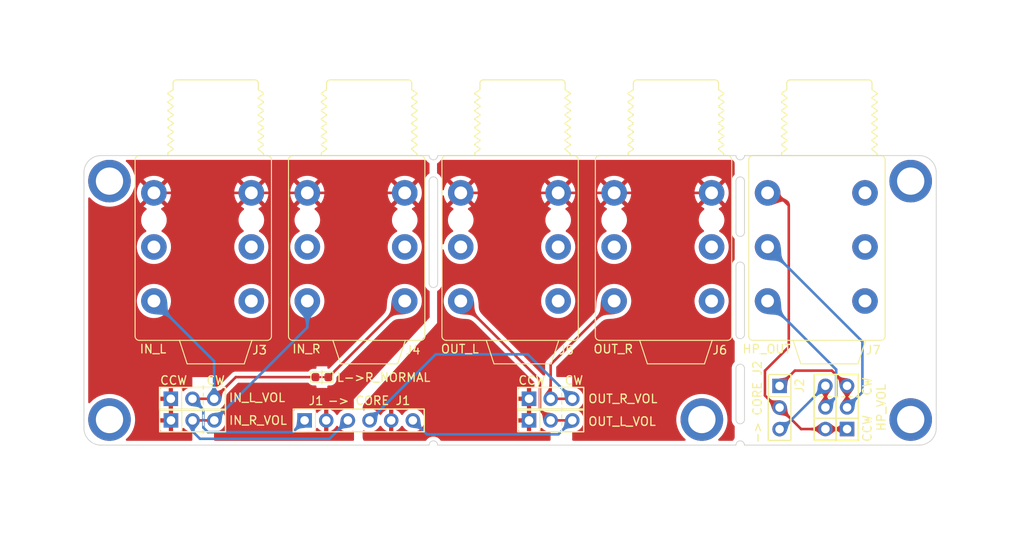
<source format=kicad_pcb>
(kicad_pcb (version 20211014) (generator pcbnew)
  (layers (0 "F.Cu" signal) (31 "B.Cu" signal) (34 "B.Paste" user) (35 "F.Paste" user) (36 "B.SilkS" user "B.Silkscreen") (37 "F.SilkS" user "F.Silkscreen") (38 "B.Mask" user) (39 "F.Mask" user) (44 "Edge.Cuts" user))
  (net 0 "")
  (net 1 "IN_L_PIN")
  (net 2 "IN_SGND_PIN")
  (net 3 "IN_R_PIN")
  (net 4 "OUT_R_PIN")
  (net 5 "OUT_SGND_PIN")
  (net 6 "OUT_L_PIN")
  (net 7 "RHP")
  (net 8 "MONOOUT")
  (net 9 "LHP")
  (net 15 "Net-(J4-PadTN)")
  (footprint "Connector_PinHeader_2.54mm:PinHeader_1x03_P2.54mm_Vertical" (layer "F.Cu") (at 123.51 91.48 90)
    (fp_text reference "J11" hide)
    (fp_text value "OUT_R_VOL")
  )
  (footprint "Library:MountingHole_3.2mm_M3_Pad_noVia_tight" (layer "F.Cu") (at 168.29 65.921)
    (fp_text reference "H5")
    (fp_text value "MountingHole")
  )
  (footprint "Library:MountingHole_3.2mm_M3_Pad_noVia_tight" (layer "F.Cu") (at 74.29 65.921)
    (fp_text reference "H1")
    (fp_text value "MountingHole")
  )
  (footprint "Library:Jack_6.35mm_Neutrik_NRJ6HF_Horizontal_no_screwhole" (layer "F.Cu") (at 79.5 80 90)
    (fp_text reference "J3")
    (fp_text value "IN_L")
  )
  (footprint "Connector_PinHeader_2.54mm:PinHeader_1x03_P2.54mm_Vertical" (layer "F.Cu") (at 81.5 94.02 90)
    (fp_text reference "J9" hide)
    (fp_text value "IN_R_VOL")
  )
  (footprint "Library:MountingHole_3.2mm_M3_Pad_noVia_tight" (layer "F.Cu") (at 74.29 93.921)
    (fp_text reference "H2")
    (fp_text value "MountingHole")
  )
  (footprint "Library:Jack_6.35mm_Neutrik_NRJ6HF_Horizontal_no_screwhole" (layer "F.Cu") (at 115.5 80 90)
    (fp_text reference "J5")
    (fp_text value "OUT_L")
  )
  (footprint "Connector_PinHeader_2.54mm:PinHeader_1x03_P2.54mm_Vertical" (layer "F.Cu") (at 81.485 91.48 90)
    (fp_text reference "J8" hide)
    (fp_text value "IN_L_VOL")
  )
  (footprint "Library:Jack_6.35mm_Neutrik_NRJ6HF_Horizontal_no_screwhole" (layer "F.Cu") (at 151.5 80 90)
    (fp_text reference "J7")
    (fp_text value "HP_OUT")
  )
  (footprint "Connector_PinHeader_2.54mm:PinHeader_1x06_P2.54mm_Vertical" (layer "F.Cu") (at 97.18 94.02 90)
    (fp_text reference "J1")
    (fp_text value "LINE_IN_OUT")
  )
  (footprint "Connector_PinHeader_2.54mm:PinHeader_1x03_P2.54mm_Vertical" (layer "F.Cu") (at 123.51 94.02 90)
    (fp_text reference "J10" hide)
    (fp_text value "OUT_L_VOL")
  )
  (footprint "Library:MountingHole_3.2mm_M3_Pad_noVia_tight" (layer "F.Cu") (at 143.79 93.921)
    (fp_text reference "H4")
    (fp_text value "MountingHole")
  )
  (footprint "Library:Jack_6.35mm_Neutrik_NRJ6HF_Horizontal_no_screwhole" (layer "F.Cu") (at 97.5 80 90)
    (fp_text reference "J4")
    (fp_text value "IN_R")
  )
  (footprint "Library:MountingHole_3.2mm_M3_Pad_noVia_tight" (layer "F.Cu") (at 168.29 93.921)
    (fp_text reference "H3")
    (fp_text value "MountingHole")
  )
  (footprint "Library:SolderJumper-2_0603_Bridged_0_25mm" (layer "F.Cu") (at 99.212 88.94 180)
    (fp_text reference "JP1" hide)
    (fp_text value "L->R_NORMAL")
  )
  (footprint "Connector_PinHeader_2.54mm:PinHeader_2x03_P2.54mm_Vertical" (layer "F.Cu") (at 160.825 95.036 180)
    (fp_text reference "J12" hide)
    (fp_text value "HP_VOL")
  )
  (footprint "Connector_PinHeader_2.54mm:PinHeader_1x03_P2.54mm_Vertical" (layer "F.Cu") (at 152.907 89.971)
    (fp_text reference "J2")
    (fp_text value "HP_OUT")
  )
  (footprint "Library:Jack_6.35mm_Neutrik_NRJ6HF_Horizontal_no_screwhole" (layer "F.Cu") (at 133.5 80 90)
    (fp_text reference "J6")
    (fp_text value "OUT_R")
  )
  (gr_rect (start 80.155 92.81) (end 87.895 90.15) (layer "F.SilkS") (width 0.15) (fill none))
  (gr_rect (start 156.955 88.626) (end 162.155 96.366) (layer "F.SilkS") (width 0.15) (fill none))
  (gr_line (start 85.283479 95.14045) (end 85.283479 95.52145) (layer "F.SilkS") (width 0.15))
  (gr_line (start 156.7805 91.241) (end 157.1615 91.241) (layer "F.SilkS") (width 0.15))
  (gr_rect (start 129.92 90.15) (end 122.191684 92.671889) (layer "F.SilkS") (width 0.15) (fill none))
  (gr_line (start 85.291278 92.552642) (end 85.291278 92.933642) (layer "F.SilkS") (width 0.15))
  (gr_rect (start 151.577 88.641) (end 154.237 96.381) (layer "F.SilkS") (width 0.15) (fill none))
  (gr_line (start 127.35 89.9595) (end 127.35 90.3405) (layer "F.SilkS") (width 0.15))
  (gr_line (start 127.34473 90.841875) (end 127.34473 91.222875) (layer "F.SilkS") (width 0.15))
  (gr_rect (start 95.85 95.35) (end 111.21 92.69) (layer "F.SilkS") (width 0.15) (fill none))
  (gr_line (start 85.294584 93.385) (end 85.294584 93.766) (layer "F.SilkS") (width 0.15))
  (gr_line (start 161.958325 91.257375) (end 162.339325 91.257375) (layer "F.SilkS") (width 0.15))
  (gr_rect (start 162.155 93.766) (end 156.955 96.366) (layer "F.SilkS") (width 0.15) (fill none))
  (gr_rect (start 159.555 96.366) (end 162.155 88.626) (layer "F.SilkS") (width 0.15) (fill none))
  (gr_line (start 127.34473 91.730875) (end 127.34473 92.111875) (layer "F.SilkS") (width 0.15))
  (gr_line (start 85.294584 91.734) (end 85.294584 92.115) (layer "F.SilkS") (width 0.15))
  (gr_line (start 127.333625 95.137325) (end 127.333625 95.518325) (layer "F.SilkS") (width 0.15))
  (gr_line (start 85.294584 90.845) (end 85.294584 91.226) (layer "F.SilkS") (width 0.15))
  (gr_rect (start 87.895 90.15) (end 80.175792 92.70457) (layer "F.SilkS") (width 0.15) (fill none))
  (gr_line (start 158.551875 91.24627) (end 158.932875 91.24627) (layer "F.SilkS") (width 0.15))
  (gr_rect (start 156.955 88.626) (end 159.511 96.321) (layer "F.SilkS") (width 0.15) (fill none))
  (gr_line (start 159.370517 91.249576) (end 159.751517 91.249576) (layer "F.SilkS") (width 0.15))
  (gr_rect (start 122.18 95.35) (end 129.92 92.81) (layer "F.SilkS") (width 0.15) (fill none))
  (gr_line (start 157.662875 91.24627) (end 158.043875 91.24627) (layer "F.SilkS") (width 0.15))
  (gr_line (start 160.202875 91.24627) (end 160.583875 91.24627) (layer "F.SilkS") (width 0.15))
  (gr_line (start 127.345146 94.207375) (end 127.345146 94.588375) (layer "F.SilkS") (width 0.15))
  (gr_line (start 85.295 94.2105) (end 85.295 94.5915) (layer "F.SilkS") (width 0.15))
  (gr_line (start 127.341424 92.549517) (end 127.341424 92.930517) (layer "F.SilkS") (width 0.15))
  (gr_line (start 85.299854 89.962625) (end 85.299854 90.343625) (layer "F.SilkS") (width 0.15))
  (gr_rect (start 122.18 92.81) (end 129.92 90.15) (layer "F.SilkS") (width 0.15) (fill none))
  (gr_line (start 161.028375 91.245854) (end 161.409375 91.245854) (layer "F.SilkS") (width 0.15))
  (gr_rect (start 80.17 95.35) (end 87.895 92.81) (layer "F.SilkS") (width 0.15) (fill none))
  (gr_line (start 127.34473 93.381875) (end 127.34473 93.762875) (layer "F.SilkS") (width 0.15))
  (gr_arc (start 111.79 96.921) (mid 112.29 96.421) (end 112.79 96.921) (layer "Edge.Cuts") (width 0.1))
  (gr_arc (start 147.79 96.921) (mid 148.29 96.421) (end 148.79 96.921) (layer "Edge.Cuts") (width 0.1))
  (gr_arc (start 148.79 62.921) (mid 148.29 63.421) (end 147.79 62.921) (layer "Edge.Cuts") (width 0.1))
  (gr_line (start 112.79 96.921) (end 147.79 96.921) (layer "Edge.Cuts") (width 0.1))
  (gr_arc (start 111.79 65.921) (mid 112.29 65.421) (end 112.79 65.921) (layer "Edge.Cuts") (width 0.1))
  (gr_arc (start 147.79 65.921) (mid 148.29 65.421) (end 148.79 65.921) (layer "Edge.Cuts") (width 0.1))
  (gr_arc (start 112.79 77.921) (mid 112.29 78.421) (end 111.79 77.921) (layer "Edge.Cuts") (width 0.1))
  (gr_arc (start 148.79 93.921) (mid 148.29 94.421) (end 147.79 93.921) (layer "Edge.Cuts") (width 0.1))
  (gr_line (start 147.79 65.921) (end 147.79 71.921) (layer "Edge.Cuts") (width 0.1))
  (gr_line (start 148.79 93.921) (end 148.79 87.921) (layer "Edge.Cuts") (width 0.1))
  (gr_arc (start 148.79 83.921) (mid 148.29 84.421) (end 147.79 83.921) (layer "Edge.Cuts") (width 0.1))
  (gr_line (start 73.29 62.921) (end 111.79 62.921) (layer "Edge.Cuts") (width 0.1))
  (gr_arc (start 147.79 87.921) (mid 148.29 87.421) (end 148.79 87.921) (layer "Edge.Cuts") (width 0.1))
  (gr_line (start 148.79 83.921) (end 148.79 75.921) (layer "Edge.Cuts") (width 0.1))
  (gr_arc (start 73.29 96.921) (mid 71.875786 96.335214) (end 71.29 94.921) (layer "Edge.Cuts") (width 0.1))
  (gr_line (start 112.79 62.921) (end 147.79 62.921) (layer "Edge.Cuts") (width 0.1))
  (gr_line (start 148.79 71.921) (end 148.79 65.921) (layer "Edge.Cuts") (width 0.1))
  (gr_line (start 112.79 77.921) (end 112.79 65.921) (layer "Edge.Cuts") (width 0.1))
  (gr_line (start 111.79 96.921) (end 73.29 96.921) (layer "Edge.Cuts") (width 0.1))
  (gr_arc (start 112.79 62.921) (mid 112.29 63.421) (end 111.79 62.921) (layer "Edge.Cuts") (width 0.1))
  (gr_arc (start 147.79 75.921) (mid 148.29 75.421) (end 148.79 75.921) (layer "Edge.Cuts") (width 0.1))
  (gr_arc (start 71.29 64.921) (mid 71.875786 63.506786) (end 73.29 62.921) (layer "Edge.Cuts") (width 0.1))
  (gr_arc (start 171.29 94.921) (mid 170.704214 96.335214) (end 169.29 96.921) (layer "Edge.Cuts") (width 0.1))
  (gr_line (start 111.79 65.921) (end 111.79 77.921) (layer "Edge.Cuts") (width 0.1))
  (gr_arc (start 169.29 62.921) (mid 170.704214 63.506786) (end 171.29 64.921) (layer "Edge.Cuts") (width 0.1))
  (gr_line (start 171.29 64.921) (end 171.29 94.921) (layer "Edge.Cuts") (width 0.1))
  (gr_line (start 71.29 64.921) (end 71.29 94.921) (layer "Edge.Cuts") (width 0.1))
  (gr_line (start 148.79 96.921) (end 169.29 96.921) (layer "Edge.Cuts") (width 0.1))
  (gr_line (start 147.79 87.921) (end 147.79 93.921) (layer "Edge.Cuts") (width 0.1))
  (gr_line (start 148.79 62.921) (end 169.29 62.921) (layer "Edge.Cuts") (width 0.1))
  (gr_line (start 147.79 75.921) (end 147.79 83.921) (layer "Edge.Cuts") (width 0.1))
  (gr_arc (start 148.79 71.921) (mid 148.29 72.421) (end 147.79 71.921) (layer "Edge.Cuts") (width 0.1))
  (gr_text "CCW   CW" (at 84.025 89.321) (layer "F.SilkS") (effects (font (size 1 1))))
  (gr_text "-> CORE J2" (at 150.304 91.861 90) (layer "F.SilkS") (effects (font (size 1 1))))
  (gr_text "-> CORE J1" (at 104.746 91.702) (layer "F.SilkS") (effects (font (size 1 1))))
  (gr_text "CCW   CW" (at 126.062 89.321) (layer "F.SilkS") (effects (font (size 1 1))))
  (gr_text "CCW   CW" (at 163.194 92.75 90) (layer "F.SilkS") (effects (font (size 1 1))))
  (segment (start 86.565 91.48) (end 89.105 88.94) (width 0.3) (layer "F.Cu") (net 1))
  (segment (start 84.025 91.48) (end 86.565 91.48) (width 0.3) (layer "F.Cu") (net 1))
  (segment (start 89.105 88.94) (end 98.512 88.94) (width 0.3) (layer "F.Cu") (net 1))
  (segment (start 85.8355 95.401) (end 95.799 95.401) (width 0.3) (layer "B.Cu") (net 1))
  (segment (start 86.565 91.48) (end 86.565 87.065) (width 0.3) (layer "B.Cu") (net 1))
  (segment (start 84.025 91.48) (end 85.295 92.75) (width 0.3) (layer "B.Cu") (net 1))
  (segment (start 85.295 94.8605) (end 85.8355 95.401) (width 0.3) (layer "B.Cu") (net 1))
  (segment (start 95.799 95.401) (end 97.18 94.02) (width 0.3) (layer "B.Cu") (net 1))
  (segment (start 85.295 92.75) (end 85.295 94.8605) (width 0.3) (layer "B.Cu") (net 1))
  (segment (start 86.565 87.065) (end 79.5 80) (width 0.3) (layer "B.Cu") (net 1))
  (segment (start 90.93 67.3) (end 97.5 67.3) (width 0.3) (layer "F.Cu") (net 2))
  (segment (start 79.5 67.3) (end 90.93 67.3) (width 0.3) (layer "F.Cu") (net 2))
  (segment (start 97.5 67.3) (end 108.93 67.3) (width 0.3) (layer "F.Cu") (net 2))
  (segment (start 84.04 94.02) (end 86.58 94.02) (width 0.3) (layer "F.Cu") (net 3))
  (segment (start 84.04 94.02) (end 84.04 95.32) (width 0.3) (layer "B.Cu") (net 3))
  (segment (start 84.04 95.32) (end 84.899 96.179) (width 0.3) (layer "B.Cu") (net 3))
  (segment (start 86.58 94.02) (end 97.5 83.1) (width 0.3) (layer "B.Cu") (net 3))
  (segment (start 97.5 83.1) (end 97.5 80) (width 0.3) (layer "B.Cu") (net 3))
  (segment (start 100.101 96.179) (end 102.26 94.02) (width 0.3) (layer "B.Cu") (net 3))
  (segment (start 84.899 96.179) (end 100.101 96.179) (width 0.3) (layer "B.Cu") (net 3))
  (segment (start 133.5 80) (end 126.05 87.45) (width 0.3) (layer "F.Cu") (net 4))
  (segment (start 126.05 91.48) (end 128.59 91.48) (width 0.3) (layer "F.Cu") (net 4))
  (segment (start 126.05 87.45) (end 126.05 91.48) (width 0.3) (layer "F.Cu") (net 4))
  (segment (start 123.367 86.257) (end 128.59 91.48) (width 0.3) (layer "B.Cu") (net 4))
  (segment (start 112.563 86.257) (end 123.367 86.257) (width 0.3) (layer "B.Cu") (net 4))
  (segment (start 104.8 94.02) (end 112.563 86.257) (width 0.3) (layer "B.Cu") (net 4))
  (segment (start 133.5 67.3) (end 144.93 67.3) (width 0.3) (layer "F.Cu") (net 5))
  (segment (start 126.93 67.3) (end 133.5 67.3) (width 0.3) (layer "F.Cu") (net 5))
  (segment (start 115.5 67.3) (end 126.93 67.3) (width 0.3) (layer "F.Cu") (net 5))
  (segment (start 124.796153 92.766153) (end 124.796153 89.296153) (width 0.3) (layer "F.Cu") (net 6))
  (segment (start 126.05 94.02) (end 124.796153 92.766153) (width 0.3) (layer "F.Cu") (net 6))
  (segment (start 126.05 94.02) (end 128.59 94.02) (width 0.3) (layer "F.Cu") (net 6))
  (segment (start 124.796153 89.296153) (end 115.5 80) (width 0.3) (layer "F.Cu") (net 6))
  (segment (start 111.515 95.655) (end 126.955 95.655) (width 0.3) (layer "B.Cu") (net 6))
  (segment (start 126.955 95.655) (end 128.59 94.02) (width 0.3) (layer "B.Cu") (net 6))
  (segment (start 109.88 94.02) (end 111.515 95.655) (width 0.3) (layer "B.Cu") (net 6))
  (segment (start 159.047 88.178) (end 160.825 89.956) (width 0.3) (layer "F.Cu") (net 7))
  (segment (start 152.907 89.971) (end 154.7 88.178) (width 0.3) (layer "F.Cu") (net 7))
  (segment (start 160.825 89.956) (end 160.825 92.496) (width 0.3) (layer "F.Cu") (net 7))
  (segment (start 154.7 88.178) (end 159.047 88.178) (width 0.3) (layer "F.Cu") (net 7))
  (segment (start 160.825 92.496) (end 162.623 90.698) (width 0.3) (layer "B.Cu") (net 7))
  (segment (start 162.623 84.773) (end 151.5 73.65) (width 0.3) (layer "B.Cu") (net 7))
  (segment (start 162.623 90.698) (end 162.623 84.773) (width 0.3) (layer "B.Cu") (net 7))
  (segment (start 153.987 68.787) (end 152.5 67.3) (width 0.3) (layer "F.Cu") (net 8))
  (segment (start 151.193 91.099) (end 151.193 88.178) (width 0.3) (layer "F.Cu") (net 8))
  (segment (start 151.193 88.178) (end 153.987 85.384) (width 0.3) (layer "F.Cu") (net 8))
  (segment (start 155.432 95.036) (end 158.285 95.036) (width 0.3) (layer "F.Cu") (net 8))
  (segment (start 152.605 92.511) (end 151.193 91.099) (width 0.3) (layer "F.Cu") (net 8))
  (segment (start 158.285 95.036) (end 160.825 95.036) (width 0.3) (layer "F.Cu") (net 8))
  (segment (start 152.907 92.511) (end 155.432 95.036) (width 0.3) (layer "F.Cu") (net 8))
  (segment (start 152.907 92.511) (end 152.605 92.511) (width 0.3) (layer "F.Cu") (net 8))
  (segment (start 153.987 85.384) (end 153.987 68.787) (width 0.3) (layer "F.Cu") (net 8))
  (segment (start 158.285 89.956) (end 158.285 92.496) (width 0.3) (layer "F.Cu") (net 9))
  (segment (start 153.19 95.051) (end 158.285 89.956) (width 0.3) (layer "B.Cu") (net 9))
  (segment (start 152.907 95.051) (end 153.19 95.051) (width 0.3) (layer "B.Cu") (net 9))
  (segment (start 158.285 92.496) (end 159.547936 91.233064) (width 0.3) (layer "B.Cu") (net 9))
  (segment (start 159.547936 88.047936) (end 151.5 80) (width 0.3) (layer "B.Cu") (net 9))
  (segment (start 159.547936 91.233064) (end 159.547936 88.047936) (width 0.3) (layer "B.Cu") (net 9))
  (segment (start 100.284 88.646) (end 108.93 80) (width 0.3) (layer "F.Cu") (net 15))
  (segment (start 100.206 88.646) (end 100.284 88.646) (width 0.3) (layer "F.Cu") (net 15))
  (segment (start 99.912 88.94) (end 100.206 88.646) (width 0.3) (layer "F.Cu") (net 15))
  (zone (net 6) (net_name "OUT_L_PIN") (layer "F.Cu") (priority 16962) (connect_pads yes (clearance 0)) (min_thickness 0.0254) (fill yes (thermal_gap 0.508) (thermal_bridge_width 0.508))
    (polygon (pts (xy 124.748925 92.931057) (xy 124.882277 93.078118) (xy 124.978227 93.212968) (xy 125.04384 93.33933) (xy 125.086179 93.460926) (xy 125.11231 93.581482) (xy 125.129295 93.704718) (xy 125.1442 93.83436) (xy 125.164089 93.97413) (xy 125.196026 94.127752) (xy 125.247076 94.298949) (xy 126.35052 94.32052) (xy 126.328949 93.217076) (xy 126.157752 93.166026) (xy 126.00413 93.134089) (xy 125.86436 93.1142) (xy 125.734718 93.099295) (xy 125.611482 93.08231) (xy 125.490926 93.056179) (xy 125.36933 93.01384) (xy 125.242968 92.948227) (xy 125.108118 92.852277) (xy 124.961057 92.718925)))
  )
  (zone (net 4) (net_name "OUT_R_PIN") (layer "F.Cu") (priority 16962) (connect_pads yes (clearance 0)) (min_thickness 0.0254) (fill yes (thermal_gap 0.508) (thermal_bridge_width 0.508))
    (polygon (pts (xy 127.74 91.33) (xy 127.541717 91.320306) (xy 127.378516 91.2928) (xy 127.242769 91.249844) (xy 127.126849 91.1938) (xy 127.023126 91.127032) (xy 126.923974 91.051901) (xy 126.821764 90.970769) (xy 126.708868 90.886) (xy 126.577658 90.799956) (xy 126.420506 90.715) (xy 125.625 91.48) (xy 126.420506 92.245) (xy 126.577658 92.160043) (xy 126.708868 92.073999) (xy 126.821764 91.98923) (xy 126.923974 91.908098) (xy 127.023126 91.832967) (xy 127.126849 91.766199) (xy 127.242769 91.710155) (xy 127.378516 91.667199) (xy 127.541717 91.639693) (xy 127.74 91.63)))
  )
  (zone (net 7) (net_name "RHP") (layer "F.Cu") (priority 16962) (connect_pads yes (clearance 0)) (min_thickness 0.0254) (fill yes (thermal_gap 0.508) (thermal_bridge_width 0.508))
    (polygon (pts (xy 160.675 90.806) (xy 160.665306 91.004282) (xy 160.6378 91.167483) (xy 160.594844 91.30323) (xy 160.5388 91.41915) (xy 160.472032 91.522873) (xy 160.396901 91.622025) (xy 160.315769 91.724235) (xy 160.231 91.837131) (xy 160.144956 91.968341) (xy 160.06 92.125494) (xy 160.825 92.921) (xy 161.59 92.125494) (xy 161.505043 91.968341) (xy 161.418999 91.837131) (xy 161.33423 91.724235) (xy 161.253098 91.622025) (xy 161.177967 91.522873) (xy 161.111199 91.41915) (xy 161.055155 91.30323) (xy 161.012199 91.167483) (xy 160.984693 91.004282) (xy 160.975 90.806)))
  )
  (zone (net 1) (net_name "IN_L_PIN") (layer "F.Cu") (priority 16962) (connect_pads yes (clearance 0)) (min_thickness 0.0254) (fill yes (thermal_gap 0.508) (thermal_bridge_width 0.508))
    (polygon (pts (xy 87.653943 90.178925) (xy 87.506881 90.312277) (xy 87.372031 90.408227) (xy 87.245669 90.47384) (xy 87.124073 90.516179) (xy 87.003517 90.54231) (xy 86.880281 90.559295) (xy 86.750639 90.5742) (xy 86.610869 90.594089) (xy 86.457247 90.626026) (xy 86.286051 90.677076) (xy 86.26448 91.78052) (xy 87.367924 91.758949) (xy 87.418973 91.587752) (xy 87.45091 91.43413) (xy 87.470799 91.29436) (xy 87.485704 91.164718) (xy 87.502689 91.041482) (xy 87.52882 90.920926) (xy 87.571159 90.79933) (xy 87.636772 90.672968) (xy 87.732722 90.538118) (xy 87.866075 90.391057)))
  )
  (zone (net 9) (net_name "LHP") (layer "F.Cu") (priority 16962) (connect_pads yes (clearance 0)) (min_thickness 0.0254) (fill yes (thermal_gap 0.508) (thermal_bridge_width 0.508))
    (polygon (pts (xy 158.135 90.806) (xy 158.125306 91.004282) (xy 158.0978 91.167483) (xy 158.054844 91.30323) (xy 157.9988 91.41915) (xy 157.932032 91.522873) (xy 157.856901 91.622025) (xy 157.775769 91.724235) (xy 157.691 91.837131) (xy 157.604956 91.968341) (xy 157.52 92.125494) (xy 158.285 92.921) (xy 159.05 92.125494) (xy 158.965043 91.968341) (xy 158.878999 91.837131) (xy 158.79423 91.724235) (xy 158.713098 91.622025) (xy 158.637967 91.522873) (xy 158.571199 91.41915) (xy 158.515155 91.30323) (xy 158.472199 91.167483) (xy 158.444693 91.004282) (xy 158.435 90.806)))
  )
  (zone (net 8) (net_name "MONOOUT") (layer "F.Cu") (priority 16962) (connect_pads yes (clearance 0)) (min_thickness 0.0254) (fill yes (thermal_gap 0.508) (thermal_bridge_width 0.508))
    (polygon (pts (xy 154.208075 93.599943) (xy 154.074722 93.452881) (xy 153.978772 93.318031) (xy 153.913159 93.191669) (xy 153.87082 93.070073) (xy 153.844689 92.949517) (xy 153.827704 92.826281) (xy 153.812799 92.696639) (xy 153.79291 92.556869) (xy 153.760973 92.403247) (xy 153.709924 92.232051) (xy 152.60648 92.21048) (xy 152.628051 93.313924) (xy 152.799247 93.364973) (xy 152.952869 93.39691) (xy 153.092639 93.416799) (xy 153.222281 93.431704) (xy 153.345517 93.448689) (xy 153.466073 93.47482) (xy 153.587669 93.517159) (xy 153.714031 93.582772) (xy 153.848881 93.678722) (xy 153.995943 93.812075)))
  )
  (zone (net 3) (net_name "IN_R_PIN") (layer "F.Cu") (priority 16962) (connect_pads yes (clearance 0)) (min_thickness 0.0254) (fill yes (thermal_gap 0.508) (thermal_bridge_width 0.508))
    (polygon (pts (xy 85.73 93.87) (xy 85.531717 93.860306) (xy 85.368516 93.8328) (xy 85.232769 93.789844) (xy 85.116849 93.7338) (xy 85.013126 93.667032) (xy 84.913974 93.591901) (xy 84.811764 93.510769) (xy 84.698868 93.426) (xy 84.567658 93.339956) (xy 84.410506 93.255) (xy 83.615 94.02) (xy 84.410506 94.785) (xy 84.567658 94.700043) (xy 84.698868 94.613999) (xy 84.811764 94.52923) (xy 84.913974 94.448098) (xy 85.013126 94.372967) (xy 85.116849 94.306199) (xy 85.232769 94.250155) (xy 85.368516 94.207199) (xy 85.531717 94.179693) (xy 85.73 94.17)))
  )
  (zone (net 6) (net_name "OUT_L_PIN") (layer "F.Cu") (priority 16962) (connect_pads yes (clearance 0)) (min_thickness 0.0254) (fill yes (thermal_gap 0.508) (thermal_bridge_width 0.508))
    (polygon (pts (xy 117.720315 82.008183) (xy 117.482524 81.742303) (xy 117.316973 81.497423) (xy 117.209691 81.266989) (xy 117.14671 81.044444) (xy 117.114063 80.823233) (xy 117.09778 80.596801) (xy 117.083893 80.35859) (xy 117.058434 80.102046) (xy 117.007434 79.820614) (xy 116.916925 79.507737) (xy 114.96967 79.46967) (xy 115.007737 81.416925) (xy 115.320614 81.507434) (xy 115.602046 81.558434) (xy 115.85859 81.583893) (xy 116.096801 81.59778) (xy 116.323233 81.614063) (xy 116.544444 81.64671) (xy 116.766989 81.709691) (xy 116.997423 81.816973) (xy 117.242303 81.982524) (xy 117.508183 82.220315)))
  )
  (zone (net 8) (net_name "MONOOUT") (layer "F.Cu") (priority 16962) (connect_pads yes (clearance 0)) (min_thickness 0.0254) (fill yes (thermal_gap 0.508) (thermal_bridge_width 0.508))
    (polygon (pts (xy 154.137 68.804064) (xy 154.105164 68.555491) (xy 154.018752 68.366078) (xy 153.891407 68.22182) (xy 153.736776 68.108712) (xy 153.5685 68.012751) (xy 153.400224 67.919932) (xy 153.245592 67.816252) (xy 153.118248 67.687706) (xy 153.031836 67.52029) (xy 153 67.3) (xy 150.782583 67.081342) (xy 151.731844 68.781974) (xy 152.015425 68.719028) (xy 152.305762 68.627683) (xy 152.594232 68.524019) (xy 152.872213 68.424114) (xy 153.131084 68.344047) (xy 153.362221 68.299898) (xy 153.557003 68.307746) (xy 153.706809 68.38367) (xy 153.803015 68.54375) (xy 153.837 68.804064)))
  )
  (zone (net 7) (net_name "RHP") (layer "F.Cu") (priority 16962) (connect_pads yes (clearance 0)) (min_thickness 0.0254) (fill yes (thermal_gap 0.508) (thermal_bridge_width 0.508))
    (polygon (pts (xy 160.975 91.646) (xy 160.984693 91.447717) (xy 161.012199 91.284516) (xy 161.055155 91.148769) (xy 161.111199 91.032849) (xy 161.177967 90.929126) (xy 161.253098 90.829974) (xy 161.33423 90.727764) (xy 161.418999 90.614868) (xy 161.505043 90.483658) (xy 161.59 90.326506) (xy 160.825 89.531) (xy 160.06 90.326506) (xy 160.144956 90.483658) (xy 160.231 90.614868) (xy 160.315769 90.727764) (xy 160.396901 90.829974) (xy 160.472032 90.929126) (xy 160.5388 91.032849) (xy 160.594844 91.148769) (xy 160.6378 91.284516) (xy 160.665306 91.447717) (xy 160.675 91.646)))
  )
  (zone (net 7) (net_name "RHP") (layer "F.Cu") (priority 16962) (connect_pads yes (clearance 0)) (min_thickness 0.0254) (fill yes (thermal_gap 0.508) (thermal_bridge_width 0.508))
    (polygon (pts (xy 159.523925 88.867057) (xy 159.657277 89.014118) (xy 159.753227 89.148968) (xy 159.81884 89.27533) (xy 159.861179 89.396926) (xy 159.88731 89.517482) (xy 159.904295 89.640718) (xy 159.9192 89.77036) (xy 159.939089 89.91013) (xy 159.971026 90.063752) (xy 160.022076 90.234949) (xy 161.12552 90.25652) (xy 161.103949 89.153076) (xy 160.932752 89.102026) (xy 160.77913 89.070089) (xy 160.63936 89.0502) (xy 160.509718 89.035295) (xy 160.386482 89.01831) (xy 160.265926 88.992179) (xy 160.14433 88.94984) (xy 160.017968 88.884227) (xy 159.883118 88.788277) (xy 159.736057 88.654925)))
  )
  (zone (net 1) (net_name "IN_L_PIN") (layer "F.Cu") (priority 16962) (connect_pads yes (clearance 0)) (min_thickness 0.0254) (fill yes (thermal_gap 0.508) (thermal_bridge_width 0.508))
    (polygon (pts (xy 85.715 91.33) (xy 85.516717 91.320306) (xy 85.353516 91.2928) (xy 85.217769 91.249844) (xy 85.101849 91.1938) (xy 84.998126 91.127032) (xy 84.898974 91.051901) (xy 84.796764 90.970769) (xy 84.683868 90.886) (xy 84.552658 90.799956) (xy 84.395506 90.715) (xy 83.6 91.48) (xy 84.395506 92.245) (xy 84.552658 92.160043) (xy 84.683868 92.073999) (xy 84.796764 91.98923) (xy 84.898974 91.908098) (xy 84.998126 91.832967) (xy 85.101849 91.766199) (xy 85.217769 91.710155) (xy 85.353516 91.667199) (xy 85.516717 91.639693) (xy 85.715 91.63)))
  )
  (zone (net 8) (net_name "MONOOUT") (layer "F.Cu") (priority 16962) (connect_pads yes (clearance 0)) (min_thickness 0.0254) (fill yes (thermal_gap 0.508) (thermal_bridge_width 0.508))
    (polygon (pts (xy 159.135 95.186) (xy 159.333282 95.195693) (xy 159.496483 95.223199) (xy 159.63223 95.266155) (xy 159.74815 95.322199) (xy 159.851873 95.388967) (xy 159.951025 95.464098) (xy 160.053235 95.54523) (xy 160.166131 95.629999) (xy 160.297341 95.716043) (xy 160.454494 95.801) (xy 161.25 95.036) (xy 160.454494 94.271) (xy 160.297341 94.355956) (xy 160.166131 94.442) (xy 160.053235 94.526769) (xy 159.951025 94.607901) (xy 159.851873 94.683032) (xy 159.74815 94.7498) (xy 159.63223 94.805844) (xy 159.496483 94.8488) (xy 159.333282 94.876306) (xy 159.135 94.886)))
  )
  (zone (net 8) (net_name "MONOOUT") (layer "F.Cu") (priority 16962) (connect_pads yes (clearance 0)) (min_thickness 0.0254) (fill yes (thermal_gap 0.508) (thermal_bridge_width 0.508))
    (polygon (pts (xy 159.975 94.886) (xy 159.776717 94.876306) (xy 159.613516 94.8488) (xy 159.477769 94.805844) (xy 159.361849 94.7498) (xy 159.258126 94.683032) (xy 159.158974 94.607901) (xy 159.056764 94.526769) (xy 158.943868 94.442) (xy 158.812658 94.355956) (xy 158.655506 94.271) (xy 157.86 95.036) (xy 158.655506 95.801) (xy 158.812658 95.716043) (xy 158.943868 95.629999) (xy 159.056764 95.54523) (xy 159.158974 95.464098) (xy 159.258126 95.388967) (xy 159.361849 95.322199) (xy 159.477769 95.266155) (xy 159.613516 95.223199) (xy 159.776717 95.195693) (xy 159.975 95.186)))
  )
  (zone (net 0) (net_name "") (layer "F.Cu") (connect_pads (clearance 0)) (min_thickness 0.254)
    (keepout (tracks allowed) (vias allowed) (pads allowed) (copperpour not_allowed) (footprints allowed))
    (fill (thermal_gap 0.508) (thermal_bridge_width 0.508))
    (polygon (pts (xy 86.55 96.56) (xy 84.01 96.56) (xy 84.01 88.94) (xy 86.55 88.94)))
  )
  (zone (net 4) (net_name "OUT_R_PIN") (layer "F.Cu") (priority 16962) (connect_pads yes (clearance 0)) (min_thickness 0.0254) (fill yes (thermal_gap 0.508) (thermal_bridge_width 0.508))
    (polygon (pts (xy 125.9 89.79) (xy 125.890306 89.988282) (xy 125.8628 90.151483) (xy 125.819844 90.28723) (xy 125.7638 90.40315) (xy 125.697032 90.506873) (xy 125.621901 90.606025) (xy 125.540769 90.708235) (xy 125.456 90.821131) (xy 125.369956 90.952341) (xy 125.285 91.109494) (xy 126.05 91.905) (xy 126.815 91.109494) (xy 126.730043 90.952341) (xy 126.643999 90.821131) (xy 126.55923 90.708235) (xy 126.478098 90.606025) (xy 126.402967 90.506873) (xy 126.336199 90.40315) (xy 126.280155 90.28723) (xy 126.237199 90.151483) (xy 126.209693 89.988282) (xy 126.2 89.79)))
  )
  (zone (net 9) (net_name "LHP") (layer "F.Cu") (priority 16962) (connect_pads yes (clearance 0)) (min_thickness 0.0254) (fill yes (thermal_gap 0.508) (thermal_bridge_width 0.508))
    (polygon (pts (xy 158.435 91.646) (xy 158.444693 91.447717) (xy 158.472199 91.284516) (xy 158.515155 91.148769) (xy 158.571199 91.032849) (xy 158.637967 90.929126) (xy 158.713098 90.829974) (xy 158.79423 90.727764) (xy 158.878999 90.614868) (xy 158.965043 90.483658) (xy 159.05 90.326506) (xy 158.285 89.531) (xy 157.52 90.326506) (xy 157.604956 90.483658) (xy 157.691 90.614868) (xy 157.775769 90.727764) (xy 157.856901 90.829974) (xy 157.932032 90.929126) (xy 157.9988 91.032849) (xy 158.054844 91.148769) (xy 158.0978 91.284516) (xy 158.125306 91.447717) (xy 158.135 91.646)))
  )
  (zone (net 5) (net_name "OUT_SGND_PIN") (layer "F.Cu") (connect_pads (clearance 0.5)) (min_thickness 0.25) (fill yes (thermal_gap 0.5) (thermal_bridge_width 0.5) (smoothing fillet) (radius 1))
    (polygon (pts (xy 147.64 97.184612) (xy 103.983913 97.201031) (xy 103.983803 92.242419) (xy 112.727148 82.579686) (xy 112.715148 61.989686) (xy 147.64 61.989612)))
  )
  (zone (net 0) (net_name "") (layer "F.Cu") (connect_pads (clearance 0)) (min_thickness 0.254)
    (keepout (tracks allowed) (vias allowed) (pads allowed) (copperpour not_allowed) (footprints allowed))
    (fill (thermal_gap 0.508) (thermal_bridge_width 0.508))
    (polygon (pts (xy 128.579602 96.54946) (xy 126.039602 96.54946) (xy 126.039602 88.92946) (xy 128.579602 88.92946)))
  )
  (zone (net 2) (net_name "IN_SGND_PIN") (layer "F.Cu") (connect_pads (clearance 0.5)) (min_thickness 0.25) (fill yes (thermal_gap 0.5) (thermal_bridge_width 0.5))
    (polygon (pts (xy 111.858 81.939) (xy 102.955842 91.551829) (xy 102.984028 97.499777) (xy 69.865779 97.438602) (xy 69.875072 62.116594) (xy 111.832072 61.989633)))
  )
  (zone (net 8) (net_name "MONOOUT") (layer "F.Cu") (priority 16962) (connect_pads yes (clearance 0)) (min_thickness 0.0254) (fill yes (thermal_gap 0.508) (thermal_bridge_width 0.508))
    (polygon (pts (xy 151.466559 91.584691) (xy 151.612317 91.743868) (xy 151.72019 91.888988) (xy 151.798347 92.023705) (xy 151.854961 92.151676) (xy 151.898202 92.276557) (xy 151.936241 92.402003) (xy 151.977249 92.53167) (xy 152.029397 92.669213) (xy 152.100855 92.818289) (xy 152.199796 92.982553) (xy 153.27333 92.726469) (xy 152.975485 91.663764) (xy 152.810448 91.656866) (xy 152.66226 91.660525) (xy 152.527548 91.66893) (xy 152.402942 91.67627) (xy 152.28507 91.676734) (xy 152.170558 91.664513) (xy 152.056037 91.633795) (xy 151.938133 91.578771) (xy 151.813475 91.493629) (xy 151.678691 91.372559)))
  )
  (zone (net 4) (net_name "OUT_R_PIN") (layer "F.Cu") (priority 16962) (connect_pads yes (clearance 0)) (min_thickness 0.0254) (fill yes (thermal_gap 0.508) (thermal_bridge_width 0.508))
    (polygon (pts (xy 131.491817 82.220315) (xy 131.757696 81.982524) (xy 132.002576 81.816973) (xy 132.23301 81.709691) (xy 132.455555 81.64671) (xy 132.676766 81.614063) (xy 132.903198 81.59778) (xy 133.141409 81.583893) (xy 133.397953 81.558434) (xy 133.679385 81.507434) (xy 133.992263 81.416925) (xy 134.03033 79.46967) (xy 132.083075 79.507737) (xy 131.992565 79.820614) (xy 131.941565 80.102046) (xy 131.916106 80.35859) (xy 131.902219 80.596801) (xy 131.885936 80.823233) (xy 131.853289 81.044444) (xy 131.790308 81.266989) (xy 131.683026 81.497423) (xy 131.517475 81.742303) (xy 131.279685 82.008183)))
  )
  (zone (net 15) (net_name "Net-(J4-PadTN)") (layer "F.Cu") (priority 16962) (connect_pads yes (clearance 0)) (min_thickness 0.0254) (fill yes (thermal_gap 0.508) (thermal_bridge_width 0.508))
    (polygon (pts (xy 106.921817 82.220315) (xy 107.187696 81.982524) (xy 107.432576 81.816973) (xy 107.66301 81.709691) (xy 107.885555 81.64671) (xy 108.106766 81.614063) (xy 108.333198 81.59778) (xy 108.571409 81.583893) (xy 108.827953 81.558434) (xy 109.109385 81.507434) (xy 109.422263 81.416925) (xy 109.46033 79.46967) (xy 107.513075 79.507737) (xy 107.422565 79.820614) (xy 107.371565 80.102046) (xy 107.346106 80.35859) (xy 107.332219 80.596801) (xy 107.315936 80.823233) (xy 107.283289 81.044444) (xy 107.220308 81.266989) (xy 107.113026 81.497423) (xy 106.947475 81.742303) (xy 106.709685 82.008183)))
  )
  (zone (net 3) (net_name "IN_R_PIN") (layer "F.Cu") (priority 16962) (connect_pads yes (clearance 0)) (min_thickness 0.0254) (fill yes (thermal_gap 0.508) (thermal_bridge_width 0.508))
    (polygon (pts (xy 84.89 94.17) (xy 85.088282 94.179693) (xy 85.251483 94.207199) (xy 85.38723 94.250155) (xy 85.50315 94.306199) (xy 85.606873 94.372967) (xy 85.706025 94.448098) (xy 85.808235 94.52923) (xy 85.921131 94.613999) (xy 86.052341 94.700043) (xy 86.209494 94.785) (xy 87.005 94.02) (xy 86.209494 93.255) (xy 86.052341 93.339956) (xy 85.921131 93.426) (xy 85.808235 93.510769) (xy 85.706025 93.591901) (xy 85.606873 93.667032) (xy 85.50315 93.7338) (xy 85.38723 93.789844) (xy 85.251483 93.8328) (xy 85.088282 93.860306) (xy 84.89 93.87)))
  )
  (zone (net 6) (net_name "OUT_L_PIN") (layer "F.Cu") (priority 16962) (connect_pads yes (clearance 0)) (min_thickness 0.0254) (fill yes (thermal_gap 0.508) (thermal_bridge_width 0.508))
    (polygon (pts (xy 126.9 94.17) (xy 127.098282 94.179693) (xy 127.261483 94.207199) (xy 127.39723 94.250155) (xy 127.51315 94.306199) (xy 127.616873 94.372967) (xy 127.716025 94.448098) (xy 127.818235 94.52923) (xy 127.931131 94.613999) (xy 128.062341 94.700043) (xy 128.219494 94.785) (xy 129.015 94.02) (xy 128.219494 93.255) (xy 128.062341 93.339956) (xy 127.931131 93.426) (xy 127.818235 93.510769) (xy 127.716025 93.591901) (xy 127.616873 93.667032) (xy 127.51315 93.7338) (xy 127.39723 93.789844) (xy 127.261483 93.8328) (xy 127.098282 93.860306) (xy 126.9 93.87)))
  )
  (zone (net 7) (net_name "RHP") (layer "F.Cu") (priority 16962) (connect_pads yes (clearance 0)) (min_thickness 0.0254) (fill yes (thermal_gap 0.508) (thermal_bridge_width 0.508))
    (polygon (pts (xy 153.995943 88.669925) (xy 153.848881 88.803277) (xy 153.714031 88.899227) (xy 153.587669 88.96484) (xy 153.466073 89.007179) (xy 153.345517 89.03331) (xy 153.222281 89.050295) (xy 153.092639 89.0652) (xy 152.952869 89.085089) (xy 152.799247 89.117026) (xy 152.628051 89.168076) (xy 152.60648 90.27152) (xy 153.709924 90.249949) (xy 153.760973 90.078752) (xy 153.79291 89.92513) (xy 153.812799 89.78536) (xy 153.827704 89.655718) (xy 153.844689 89.532482) (xy 153.87082 89.411926) (xy 153.913159 89.29033) (xy 153.978772 89.163968) (xy 154.074722 89.029118) (xy 154.208075 88.882057)))
  )
  (zone (net 6) (net_name "OUT_L_PIN") (layer "F.Cu") (priority 16962) (connect_pads yes (clearance 0)) (min_thickness 0.0254) (fill yes (thermal_gap 0.508) (thermal_bridge_width 0.508))
    (polygon (pts (xy 127.74 93.87) (xy 127.541717 93.860306) (xy 127.378516 93.8328) (xy 127.242769 93.789844) (xy 127.126849 93.7338) (xy 127.023126 93.667032) (xy 126.923974 93.591901) (xy 126.821764 93.510769) (xy 126.708868 93.426) (xy 126.577658 93.339956) (xy 126.420506 93.255) (xy 125.625 94.02) (xy 126.420506 94.785) (xy 126.577658 94.700043) (xy 126.708868 94.613999) (xy 126.821764 94.52923) (xy 126.923974 94.448098) (xy 127.023126 94.372967) (xy 127.126849 94.306199) (xy 127.242769 94.250155) (xy 127.378516 94.207199) (xy 127.541717 94.179693) (xy 127.74 94.17)))
  )
  (zone (net 1) (net_name "IN_L_PIN") (layer "F.Cu") (priority 16962) (connect_pads yes (clearance 0)) (min_thickness 0.0254) (fill yes (thermal_gap 0.508) (thermal_bridge_width 0.508))
    (polygon (pts (xy 84.875 91.63) (xy 85.073282 91.639693) (xy 85.236483 91.667199) (xy 85.37223 91.710155) (xy 85.48815 91.766199) (xy 85.591873 91.832967) (xy 85.691025 91.908098) (xy 85.793235 91.98923) (xy 85.906131 92.073999) (xy 86.037341 92.160043) (xy 86.194494 92.245) (xy 86.99 91.48) (xy 86.194494 90.715) (xy 86.037341 90.799956) (xy 85.906131 90.886) (xy 85.793235 90.970769) (xy 85.691025 91.051901) (xy 85.591873 91.127032) (xy 85.48815 91.1938) (xy 85.37223 91.249844) (xy 85.236483 91.2928) (xy 85.073282 91.320306) (xy 84.875 91.33)))
  )
  (zone (net 0) (net_name "") (layer "F.Cu") (connect_pads (clearance 0)) (min_thickness 0.254)
    (keepout (tracks allowed) (vias allowed) (pads allowed) (copperpour not_allowed) (footprints allowed))
    (fill (thermal_gap 0.508) (thermal_bridge_width 0.508))
    (polygon (pts (xy 99.847 90.21) (xy 98.577 90.21) (xy 98.577 87.67) (xy 99.847 87.67)))
  )
  (zone (net 4) (net_name "OUT_R_PIN") (layer "F.Cu") (priority 16962) (connect_pads yes (clearance 0)) (min_thickness 0.0254) (fill yes (thermal_gap 0.508) (thermal_bridge_width 0.508))
    (polygon (pts (xy 126.9 91.63) (xy 127.098282 91.639693) (xy 127.261483 91.667199) (xy 127.39723 91.710155) (xy 127.51315 91.766199) (xy 127.616873 91.832967) (xy 127.716025 91.908098) (xy 127.818235 91.98923) (xy 127.931131 92.073999) (xy 128.062341 92.160043) (xy 128.219494 92.245) (xy 129.015 91.48) (xy 128.219494 90.715) (xy 128.062341 90.799956) (xy 127.931131 90.886) (xy 127.818235 90.970769) (xy 127.716025 91.051901) (xy 127.616873 91.127032) (xy 127.51315 91.1938) (xy 127.39723 91.249844) (xy 127.261483 91.2928) (xy 127.098282 91.320306) (xy 126.9 91.33)))
  )
  (zone (net 8) (net_name "MONOOUT") (layer "F.Cu") (priority 16962) (connect_pads yes (clearance 0)) (min_thickness 0.0254) (fill yes (thermal_gap 0.508) (thermal_bridge_width 0.508))
    (polygon (pts (xy 156.595 95.186) (xy 156.793282 95.195693) (xy 156.956483 95.223199) (xy 157.09223 95.266155) (xy 157.20815 95.322199) (xy 157.311873 95.388967) (xy 157.411025 95.464098) (xy 157.513235 95.54523) (xy 157.626131 95.629999) (xy 157.757341 95.716043) (xy 157.914494 95.801) (xy 158.71 95.036) (xy 157.914494 94.271) (xy 157.757341 94.355956) (xy 157.626131 94.442) (xy 157.513235 94.526769) (xy 157.411025 94.607901) (xy 157.311873 94.683032) (xy 157.20815 94.7498) (xy 157.09223 94.805844) (xy 156.956483 94.8488) (xy 156.793282 94.876306) (xy 156.595 94.886)))
  )
  (zone (net 3) (net_name "IN_R_PIN") (layer "B.Cu") (priority 16962) (connect_pads yes (clearance 0)) (min_thickness 0.0254) (fill yes (thermal_gap 0.508) (thermal_bridge_width 0.508))
    (polygon (pts (xy 84.428908 95.496776) (xy 84.333012 95.377887) (xy 84.287908 95.267437) (xy 84.285676 95.162949) (xy 84.318393 95.061948) (xy 84.378137 94.961958) (xy 84.456986 94.860502) (xy 84.547019 94.755104) (xy 84.640313 94.64329) (xy 84.728947 94.522582) (xy 84.805 94.390506) (xy 84.04 93.595) (xy 83.43896 94.62104) (xy 83.548915 94.739677) (xy 83.633977 94.848302) (xy 83.700798 94.949849) (xy 83.756034 95.047252) (xy 83.806337 95.143443) (xy 83.858363 95.241357) (xy 83.918766 95.343927) (xy 83.994199 95.454086) (xy 84.091318 95.574768) (xy 84.216776 95.708908)))
  )
  (zone (net 4) (net_name "OUT_R_PIN") (layer "B.Cu") (priority 16962) (connect_pads yes (clearance 0)) (min_thickness 0.0254) (fill yes (thermal_gap 0.508) (thermal_bridge_width 0.508))
    (polygon (pts (xy 127.288925 90.391057) (xy 127.422277 90.538118) (xy 127.518227 90.672968) (xy 127.58384 90.79933) (xy 127.626179 90.920926) (xy 127.65231 91.041482) (xy 127.669295 91.164718) (xy 127.6842 91.29436) (xy 127.704089 91.43413) (xy 127.736026 91.587752) (xy 127.787076 91.758949) (xy 128.89052 91.78052) (xy 128.868949 90.677076) (xy 128.697752 90.626026) (xy 128.54413 90.594089) (xy 128.40436 90.5742) (xy 128.274718 90.559295) (xy 128.151482 90.54231) (xy 128.030926 90.516179) (xy 127.90933 90.47384) (xy 127.782968 90.408227) (xy 127.648118 90.312277) (xy 127.501057 90.178925)))
  )
  (zone (net 1) (net_name "IN_L_PIN") (layer "B.Cu") (priority 16962) (connect_pads yes (clearance 0)) (min_thickness 0.0254) (fill yes (thermal_gap 0.508) (thermal_bridge_width 0.508))
    (polygon (pts (xy 81.720315 82.008183) (xy 81.482524 81.742303) (xy 81.316973 81.497423) (xy 81.209691 81.266989) (xy 81.14671 81.044444) (xy 81.114063 80.823233) (xy 81.09778 80.596801) (xy 81.083893 80.35859) (xy 81.058434 80.102046) (xy 81.007434 79.820614) (xy 80.916925 79.507737) (xy 78.96967 79.46967) (xy 79.007737 81.416925) (xy 79.320614 81.507434) (xy 79.602046 81.558434) (xy 79.85859 81.583893) (xy 80.096801 81.59778) (xy 80.323233 81.614063) (xy 80.544444 81.64671) (xy 80.766989 81.709691) (xy 80.997423 81.816973) (xy 81.242303 81.982524) (xy 81.508183 82.220315)))
  )
  (zone (net 1) (net_name "IN_L_PIN") (layer "B.Cu") (priority 16962) (connect_pads yes (clearance 0)) (min_thickness 0.0254) (fill yes (thermal_gap 0.508) (thermal_bridge_width 0.508))
    (polygon (pts (xy 85.326075 92.568943) (xy 85.192722 92.421881) (xy 85.096772 92.287031) (xy 85.031159 92.160669) (xy 84.98882 92.039073) (xy 84.962689 91.918517) (xy 84.945704 91.795281) (xy 84.930799 91.665639) (xy 84.91091 91.525869) (xy 84.878973 91.372247) (xy 84.827924 91.201051) (xy 83.72448 91.17948) (xy 83.746051 92.282924) (xy 83.917247 92.333973) (xy 84.070869 92.36591) (xy 84.210639 92.385799) (xy 84.340281 92.400704) (xy 84.463517 92.417689) (xy 84.584073 92.44382) (xy 84.705669 92.486159) (xy 84.832031 92.551772) (xy 84.966881 92.647722) (xy 85.113943 92.781075)))
  )
  (zone (net 4) (net_name "OUT_R_PIN") (layer "B.Cu") (priority 16962) (connect_pads yes (clearance 0)) (min_thickness 0.0254) (fill yes (thermal_gap 0.508) (thermal_bridge_width 0.508))
    (polygon (pts (xy 105.888943 92.718925) (xy 105.741881 92.852277) (xy 105.607031 92.948227) (xy 105.480669 93.01384) (xy 105.359073 93.056179) (xy 105.238517 93.08231) (xy 105.115281 93.099295) (xy 104.985639 93.1142) (xy 104.845869 93.134089) (xy 104.692247 93.166026) (xy 104.521051 93.217076) (xy 104.49948 94.32052) (xy 105.602924 94.298949) (xy 105.653973 94.127752) (xy 105.68591 93.97413) (xy 105.705799 93.83436) (xy 105.720704 93.704718) (xy 105.737689 93.581482) (xy 105.76382 93.460926) (xy 105.806159 93.33933) (xy 105.871772 93.212968) (xy 105.967722 93.078118) (xy 106.101075 92.931057)))
  )
  (zone (net 9) (net_name "LHP") (layer "B.Cu") (priority 16962) (connect_pads yes (clearance 0)) (min_thickness 0.0254) (fill yes (thermal_gap 0.508) (thermal_bridge_width 0.508))
    (polygon (pts (xy 159.373943 91.194925) (xy 159.226881 91.328277) (xy 159.092031 91.424227) (xy 158.965669 91.48984) (xy 158.844073 91.532179) (xy 158.723517 91.55831) (xy 158.600281 91.575295) (xy 158.470639 91.5902) (xy 158.330869 91.610089) (xy 158.177247 91.642026) (xy 158.006051 91.693076) (xy 157.98448 92.79652) (xy 159.087924 92.774949) (xy 159.138973 92.603752) (xy 159.17091 92.45013) (xy 159.190799 92.31036) (xy 159.205704 92.180718) (xy 159.222689 92.057482) (xy 159.24882 91.936926) (xy 159.291159 91.81533) (xy 159.356772 91.688968) (xy 159.452722 91.554118) (xy 159.586075 91.407057)))
  )
  (zone (net 1) (net_name "IN_L_PIN") (layer "B.Cu") (priority 16962) (connect_pads yes (clearance 0)) (min_thickness 0.0254) (fill yes (thermal_gap 0.508) (thermal_bridge_width 0.508))
    (polygon (pts (xy 96.091057 95.321075) (xy 96.238118 95.187722) (xy 96.372968 95.091772) (xy 96.49933 95.026159) (xy 96.620926 94.98382) (xy 96.741482 94.957689) (xy 96.864718 94.940704) (xy 96.99436 94.925799) (xy 97.13413 94.90591) (xy 97.287752 94.873973) (xy 97.458949 94.822924) (xy 97.48052 93.71948) (xy 96.377076 93.741051) (xy 96.326026 93.912247) (xy 96.294089 94.065869) (xy 96.2742 94.205639) (xy 96.259295 94.335281) (xy 96.24231 94.458517) (xy 96.216179 94.579073) (xy 96.17384 94.700669) (xy 96.108227 94.827031) (xy 96.012277 94.961881) (xy 95.878925 95.108943)))
  )
  (zone (net 9) (net_name "LHP") (layer "B.Cu") (priority 16962) (connect_pads yes (clearance 0)) (min_thickness 0.0254) (fill yes (thermal_gap 0.508) (thermal_bridge_width 0.508))
    (polygon (pts (xy 157.196057 91.257075) (xy 157.343118 91.123722) (xy 157.477968 91.027772) (xy 157.60433 90.962159) (xy 157.725926 90.91982) (xy 157.846482 90.893689) (xy 157.969718 90.876704) (xy 158.09936 90.861799) (xy 158.23913 90.84191) (xy 158.392752 90.809973) (xy 158.563949 90.758924) (xy 158.58552 89.65548) (xy 157.482076 89.677051) (xy 157.431026 89.848247) (xy 157.399089 90.001869) (xy 157.3792 90.141639) (xy 157.364295 90.271281) (xy 157.34731 90.394517) (xy 157.321179 90.515073) (xy 157.27884 90.636669) (xy 157.213227 90.763031) (xy 157.117277 90.897881) (xy 156.983925 91.044943)))
  )
  (zone (net 3) (net_name "IN_R_PIN") (layer "B.Cu") (priority 16962) (connect_pads yes (clearance 0)) (min_thickness 0.0254) (fill yes (thermal_gap 0.508) (thermal_bridge_width 0.508))
    (polygon (pts (xy 87.668943 92.718925) (xy 87.521881 92.852277) (xy 87.387031 92.948227) (xy 87.260669 93.01384) (xy 87.139073 93.056179) (xy 87.018517 93.08231) (xy 86.895281 93.099295) (xy 86.765639 93.1142) (xy 86.625869 93.134089) (xy 86.472247 93.166026) (xy 86.301051 93.217076) (xy 86.27948 94.32052) (xy 87.382924 94.298949) (xy 87.433973 94.127752) (xy 87.46591 93.97413) (xy 87.485799 93.83436) (xy 87.500704 93.704718) (xy 87.517689 93.581482) (xy 87.54382 93.460926) (xy 87.586159 93.33933) (xy 87.651772 93.212968) (xy 87.747722 93.078118) (xy 87.881075 92.931057)))
  )
  (zone (net 9) (net_name "LHP") (layer "B.Cu") (priority 16962) (connect_pads yes (clearance 0)) (min_thickness 0.0254) (fill yes (thermal_gap 0.508) (thermal_bridge_width 0.508))
    (polygon (pts (xy 154.130451 93.898417) (xy 153.994417 94.020741) (xy 153.868709 94.106973) (xy 153.749903 94.163007) (xy 153.634576 94.194741) (xy 153.519305 94.208072) (xy 153.400668 94.208896) (xy 153.27524 94.203111) (xy 153.139599 94.196612) (xy 152.990323 94.195298) (xy 152.823987 94.205064) (xy 152.544421 95.272723) (xy 153.622191 95.510348) (xy 153.718149 95.344784) (xy 153.78719 95.194758) (xy 153.837412 95.056577) (xy 153.876919 94.926545) (xy 153.913811 94.800966) (xy 153.956188 94.676145) (xy 154.012153 94.548388) (xy 154.089806 94.414) (xy 154.197249 94.269285) (xy 154.342583 94.110549)))
  )
  (zone (net 3) (net_name "IN_R_PIN") (layer "B.Cu") (priority 16962) (connect_pads yes (clearance 0)) (min_thickness 0.0254) (fill yes (thermal_gap 0.508) (thermal_bridge_width 0.508))
    (polygon (pts (xy 97.65 82.99) (xy 97.669862 82.633851) (xy 97.725955 82.343632) (xy 97.813037 82.104831) (xy 97.925866 81.902934) (xy 98.0592 81.723429) (xy 98.207799 81.551803) (xy 98.36642 81.373543) (xy 98.529821 81.174136) (xy 98.692762 80.939071) (xy 98.85 80.653834) (xy 97.5 79.25) (xy 96.15 80.653834) (xy 96.307237 80.939071) (xy 96.470178 81.174136) (xy 96.633579 81.373543) (xy 96.7922 81.551803) (xy 96.940799 81.723429) (xy 97.074133 81.902934) (xy 97.186962 82.104831) (xy 97.274044 82.343632) (xy 97.330137 82.633851) (xy 97.35 82.99)))
  )
  (zone (net 7) (net_name "RHP") (layer "B.Cu") (priority 16962) (connect_pads yes (clearance 0)) (min_thickness 0.0254) (fill yes (thermal_gap 0.508) (thermal_bridge_width 0.508))
    (polygon (pts (xy 161.913943 91.194925) (xy 161.766881 91.328277) (xy 161.632031 91.424227) (xy 161.505669 91.48984) (xy 161.384073 91.532179) (xy 161.263517 91.55831) (xy 161.140281 91.575295) (xy 161.010639 91.5902) (xy 160.870869 91.610089) (xy 160.717247 91.642026) (xy 160.546051 91.693076) (xy 160.52448 92.79652) (xy 161.627924 92.774949) (xy 161.678973 92.603752) (xy 161.71091 92.45013) (xy 161.730799 92.31036) (xy 161.745704 92.180718) (xy 161.762689 92.057482) (xy 161.78882 91.936926) (xy 161.831159 91.81533) (xy 161.896772 91.688968) (xy 161.992722 91.554118) (xy 162.126075 91.407057)))
  )
  (zone (net 1) (net_name "IN_L_PIN") (layer "B.Cu") (priority 16962) (connect_pads yes (clearance 0)) (min_thickness 0.0254) (fill yes (thermal_gap 0.508) (thermal_bridge_width 0.508))
    (polygon (pts (xy 86.415 89.79) (xy 86.405306 89.988282) (xy 86.3778 90.151483) (xy 86.334844 90.28723) (xy 86.2788 90.40315) (xy 86.212032 90.506873) (xy 86.136901 90.606025) (xy 86.055769 90.708235) (xy 85.971 90.821131) (xy 85.884956 90.952341) (xy 85.8 91.109494) (xy 86.565 91.905) (xy 87.33 91.109494) (xy 87.245043 90.952341) (xy 87.158999 90.821131) (xy 87.07423 90.708235) (xy 86.993098 90.606025) (xy 86.917967 90.506873) (xy 86.851199 90.40315) (xy 86.795155 90.28723) (xy 86.752199 90.151483) (xy 86.724693 89.988282) (xy 86.715 89.79)))
  )
  (zone (net 6) (net_name "OUT_L_PIN") (layer "B.Cu") (priority 16962) (connect_pads yes (clearance 0)) (min_thickness 0.0254) (fill yes (thermal_gap 0.508) (thermal_bridge_width 0.508))
    (polygon (pts (xy 111.181075 95.108943) (xy 111.047722 94.961881) (xy 110.951772 94.827031) (xy 110.886159 94.700669) (xy 110.84382 94.579073) (xy 110.817689 94.458517) (xy 110.800704 94.335281) (xy 110.785799 94.205639) (xy 110.76591 94.065869) (xy 110.733973 93.912247) (xy 110.682924 93.741051) (xy 109.57948 93.71948) (xy 109.601051 94.822924) (xy 109.772247 94.873973) (xy 109.925869 94.90591) (xy 110.065639 94.925799) (xy 110.195281 94.940704) (xy 110.318517 94.957689) (xy 110.439073 94.98382) (xy 110.560669 95.026159) (xy 110.687031 95.091772) (xy 110.821881 95.187722) (xy 110.968943 95.321075)))
  )
  (zone (net 3) (net_name "IN_R_PIN") (layer "B.Cu") (priority 16962) (connect_pads yes (clearance 0)) (min_thickness 0.0254) (fill yes (thermal_gap 0.508) (thermal_bridge_width 0.508))
    (polygon (pts (xy 101.171057 95.321075) (xy 101.318118 95.187722) (xy 101.452968 95.091772) (xy 101.57933 95.026159) (xy 101.700926 94.98382) (xy 101.821482 94.957689) (xy 101.944718 94.940704) (xy 102.07436 94.925799) (xy 102.21413 94.90591) (xy 102.367752 94.873973) (xy 102.538949 94.822924) (xy 102.56052 93.71948) (xy 101.457076 93.741051) (xy 101.406026 93.912247) (xy 101.374089 94.065869) (xy 101.3542 94.205639) (xy 101.339295 94.335281) (xy 101.32231 94.458517) (xy 101.296179 94.579073) (xy 101.25384 94.700669) (xy 101.188227 94.827031) (xy 101.092277 94.961881) (xy 100.958925 95.108943)))
  )
  (zone (net 6) (net_name "OUT_L_PIN") (layer "B.Cu") (priority 16962) (connect_pads yes (clearance 0)) (min_thickness 0.0254) (fill yes (thermal_gap 0.508) (thermal_bridge_width 0.508))
    (polygon (pts (xy 127.501057 95.321075) (xy 127.648118 95.187722) (xy 127.782968 95.091772) (xy 127.90933 95.026159) (xy 128.030926 94.98382) (xy 128.151482 94.957689) (xy 128.274718 94.940704) (xy 128.40436 94.925799) (xy 128.54413 94.90591) (xy 128.697752 94.873973) (xy 128.868949 94.822924) (xy 128.89052 93.71948) (xy 127.787076 93.741051) (xy 127.736026 93.912247) (xy 127.704089 94.065869) (xy 127.6842 94.205639) (xy 127.669295 94.335281) (xy 127.65231 94.458517) (xy 127.626179 94.579073) (xy 127.58384 94.700669) (xy 127.518227 94.827031) (xy 127.422277 94.961881) (xy 127.288925 95.108943)))
  )
  (zone (net 7) (net_name "RHP") (layer "B.Cu") (priority 16962) (connect_pads yes (clearance 0)) (min_thickness 0.0254) (fill yes (thermal_gap 0.508) (thermal_bridge_width 0.508))
    (polygon (pts (xy 153.720315 75.658183) (xy 153.482524 75.392303) (xy 153.316973 75.147423) (xy 153.209691 74.916989) (xy 153.14671 74.694444) (xy 153.114063 74.473233) (xy 153.09778 74.246801) (xy 153.083893 74.00859) (xy 153.058434 73.752046) (xy 153.007434 73.470614) (xy 152.916925 73.157737) (xy 150.96967 73.11967) (xy 151.007737 75.066925) (xy 151.320614 75.157434) (xy 151.602046 75.208434) (xy 151.85859 75.233893) (xy 152.096801 75.24778) (xy 152.323233 75.264063) (xy 152.544444 75.29671) (xy 152.766989 75.359691) (xy 152.997423 75.466973) (xy 153.242303 75.632524) (xy 153.508183 75.870315)))
  )
  (zone (net 9) (net_name "LHP") (layer "B.Cu") (priority 16962) (connect_pads yes (clearance 0)) (min_thickness 0.0254) (fill yes (thermal_gap 0.508) (thermal_bridge_width 0.508))
    (polygon (pts (xy 153.720315 82.008183) (xy 153.482524 81.742303) (xy 153.316973 81.497423) (xy 153.209691 81.266989) (xy 153.14671 81.044444) (xy 153.114063 80.823233) (xy 153.09778 80.596801) (xy 153.083893 80.35859) (xy 153.058434 80.102046) (xy 153.007434 79.820614) (xy 152.916925 79.507737) (xy 150.96967 79.46967) (xy 151.007737 81.416925) (xy 151.320614 81.507434) (xy 151.602046 81.558434) (xy 151.85859 81.583893) (xy 152.096801 81.59778) (xy 152.323233 81.614063) (xy 152.544444 81.64671) (xy 152.766989 81.709691) (xy 152.997423 81.816973) (xy 153.242303 81.982524) (xy 153.508183 82.220315)))
  )
)
</source>
